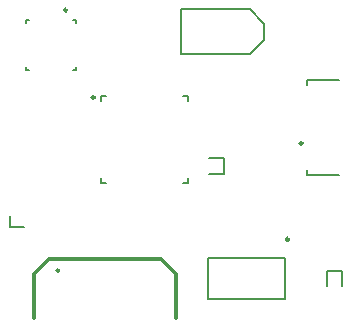
<source format=gbr>
%TF.GenerationSoftware,Altium Limited,Altium Designer,23.4.1 (23)*%
G04 Layer_Color=65535*
%FSLAX45Y45*%
%MOMM*%
%TF.SameCoordinates,E9D3CAE9-A23F-4039-930E-E97F2D72BBB1*%
%TF.FilePolarity,Positive*%
%TF.FileFunction,Legend,Top*%
%TF.Part,Single*%
G01*
G75*
%TA.AperFunction,NonConductor*%
%ADD11C,0.25400*%
%ADD46C,0.25000*%
%ADD47C,0.20000*%
%ADD48C,0.17500*%
%ADD49C,0.30000*%
D11*
X8044288Y6541328D02*
G03*
X8044288Y6541328I-10270J0D01*
G01*
D46*
X10108500Y7617500D02*
G03*
X10108500Y7617500I-12500J0D01*
G01*
X9992500Y6804500D02*
G03*
X9992500Y6804500I-12500J0D01*
G01*
X8115000Y8745000D02*
G03*
X8115000Y8745000I-12500J0D01*
G01*
X8347500Y8005000D02*
G03*
X8347500Y8005000I-12500J0D01*
G01*
D47*
X10146000Y7345500D02*
X10413500D01*
X10146000Y8154500D02*
X10413500D01*
X10146000Y8107500D02*
Y8154500D01*
Y7345500D02*
Y7392500D01*
X9304750Y6650250D02*
X9955250D01*
X9304750Y6299750D02*
Y6650250D01*
Y6299750D02*
X9955250D01*
Y6650250D01*
X8192500Y8235000D02*
Y8267500D01*
X8160000Y8235000D02*
X8192500D01*
X7762500D02*
X7795000D01*
X7762500D02*
Y8267500D01*
Y8632500D02*
Y8665000D01*
X7795000D01*
X8192500Y8632500D02*
Y8665000D01*
X8160000D02*
X8192500D01*
X8400000Y7280000D02*
X8442500D01*
X8400000D02*
Y7322500D01*
X9097500Y7280000D02*
X9140000D01*
Y7322500D01*
Y7977500D02*
Y8020000D01*
X9097500D02*
X9140000D01*
X8400000D02*
X8442500D01*
X8400000Y7977500D02*
Y8020000D01*
X7626927Y6910715D02*
X7750000D01*
X7626927D02*
Y7000000D01*
D48*
X10444715Y6409715D02*
Y6535000D01*
X10315285D02*
X10444715D01*
X10315285Y6409715D02*
Y6535000D01*
X9314715Y7489715D02*
X9440000D01*
Y7360285D02*
Y7489715D01*
X9314715Y7360285D02*
X9440000D01*
X9080000Y8371500D02*
Y8751500D01*
Y8371500D02*
X9660000D01*
X9780000Y8491500D01*
Y8631500D01*
X9660000Y8751500D02*
X9780000Y8631500D01*
X9080000Y8751500D02*
X9660000D01*
D49*
X7837500Y6135000D02*
Y6510000D01*
X7962500Y6635000D01*
X8912500D01*
X9037500Y6510000D01*
Y6135000D02*
Y6510000D01*
%TF.MD5,51dbfdc8323828b4ffb589c9c5b297bc*%
M02*

</source>
